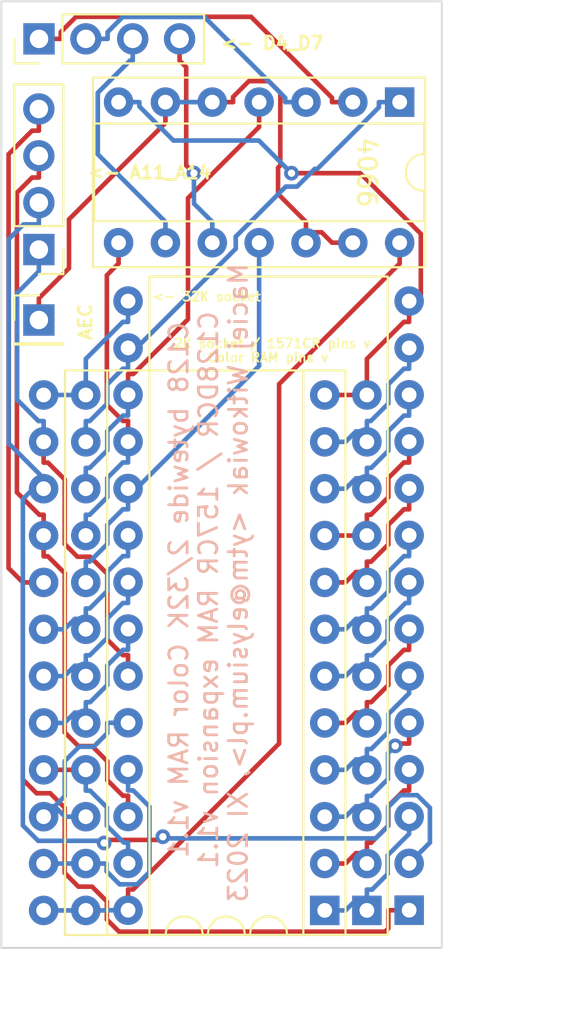
<source format=kicad_pcb>
(kicad_pcb (version 20211014) (generator pcbnew)
  (title_block (title "C128 bytewide 2/32K Color RAM / 1571CR RAM expansion") (date "2023-11-13") (rev "1.1") (company "YTM Enterprises") (comment 1 "Maciej Witkowiak <ytm@elysium.pl>"))
  (layers (0 "F.Cu" signal) (31 "B.Cu" signal) (34 "B.Paste" user) (35 "F.Paste" user) (36 "B.SilkS" user "B.Silkscreen") (37 "F.SilkS" user "F.Silkscreen") (38 "B.Mask" user) (39 "F.Mask" user) (44 "Edge.Cuts" user))
  (net 0 "")
  (net 1 "/A11")
  (net 2 "/A12")
  (net 3 "/A13")
  (net 4 "/A14")
  (net 5 "/AEC")
  (net 6 "/D4_bus")
  (net 7 "/D5_bus")
  (net 8 "/D6_bus")
  (net 9 "/D7_bus")
  (net 10 "/A7")
  (net 11 "/A6")
  (net 12 "/A5")
  (net 13 "/A4")
  (net 14 "/A3")
  (net 15 "/A2")
  (net 16 "/A1")
  (net 17 "/A0")
  (net 18 "/D0")
  (net 19 "/D1")
  (net 20 "/D2")
  (net 21 "GND")
  (net 22 "/D3")
  (net 23 "/~{CS}")
  (net 24 "/A10")
  (net 25 "/~{OE}")
  (net 26 "/~{WE}")
  (net 27 "/A9")
  (net 28 "/A8")
  (net 29 "VCC")
  (net 30 "/D4")
  (net 31 "/D5")
  (net 32 "/D6")
  (net 33 "/D7")
  (footprint "Package_DIP:DIP-14_W7.62mm_Socket" (layer "F.Cu") (at 126.497 68.453 -90)
    (fp_text reference "U4" hide)
    (fp_text value "4066" (at 3.81 1.778 -90 unlocked) (layer "F.SilkS"))
    (fp_line (start -1.33 -1.39) (end -1.33 16.63) (layer "F.SilkS") (width 0.12))
    (fp_line (start 6.46 -1.33) (end 4.81 -1.33) (layer "F.SilkS") (width 0.12))
    (fp_line (start 8.95 -1.39) (end -1.33 -1.39) (layer "F.SilkS") (width 0.12))
    (fp_line (start 8.95 16.63) (end 8.95 -1.39) (layer "F.SilkS") (width 0.12))
    (fp_line (start 1.16 16.57) (end 6.46 16.57) (layer "F.SilkS") (width 0.12))
    (fp_line (start 6.46 16.57) (end 6.46 -1.33) (layer "F.SilkS") (width 0.12))
    (fp_line (start -1.33 16.63) (end 8.95 16.63) (layer "F.SilkS") (width 0.12))
    (fp_line (start 2.81 -1.33) (end 1.16 -1.33) (layer "F.SilkS") (width 0.12))
    (fp_line (start 1.16 -1.33) (end 1.16 16.57) (layer "F.SilkS") (width 0.12))
    (fp_arc (start 4.81 -1.33) (mid 3.81 -0.33) (end 2.81 -1.33) (layer "F.SilkS") (width 0.12))
    (pad "1" thru_hole rect (at 0 0 270) (size 1.6 1.6) (drill 0.8) (layers *.Cu *.Mask) (net 30 "/D4"))
    (pad "2" thru_hole oval (at 0 2.54 270) (size 1.6 1.6) (drill 0.8) (layers *.Cu *.Mask) (net 6 "/D4_bus"))
    (pad "3" thru_hole oval (at 0 5.08 270) (size 1.6 1.6) (drill 0.8) (layers *.Cu *.Mask) (net 7 "/D5_bus"))
    (pad "4" thru_hole oval (at 0 7.62 270) (size 1.6 1.6) (drill 0.8) (layers *.Cu *.Mask) (net 31 "/D5"))
    (pad "5" thru_hole oval (at 0 10.16 270) (size 1.6 1.6) (drill 0.8) (layers *.Cu *.Mask) (net 5 "/AEC"))
    (pad "6" thru_hole oval (at 0 12.7 270) (size 1.6 1.6) (drill 0.8) (layers *.Cu *.Mask) (net 5 "/AEC"))
    (pad "7" thru_hole oval (at 0 15.24 270) (size 1.6 1.6) (drill 0.8) (layers *.Cu *.Mask) (net 21 "GND"))
    (pad "8" thru_hole oval (at 7.62 15.24 270) (size 1.6 1.6) (drill 0.8) (layers *.Cu *.Mask) (net 32 "/D6"))
    (pad "9" thru_hole oval (at 7.62 12.7 270) (size 1.6 1.6) (drill 0.8) (layers *.Cu *.Mask) (net 8 "/D6_bus"))
    (pad "10" thru_hole oval (at 7.62 10.16 270) (size 1.6 1.6) (drill 0.8) (layers *.Cu *.Mask) (net 9 "/D7_bus"))
    (pad "11" thru_hole oval (at 7.62 7.62 270) (size 1.6 1.6) (drill 0.8) (layers *.Cu *.Mask) (net 33 "/D7"))
    (pad "12" thru_hole oval (at 7.62 5.08 270) (size 1.6 1.6) (drill 0.8) (layers *.Cu *.Mask) (net 5 "/AEC"))
    (pad "13" thru_hole oval (at 7.62 2.54 270) (size 1.6 1.6) (drill 0.8) (layers *.Cu *.Mask) (net 5 "/AEC"))
    (pad "14" thru_hole oval (at 7.62 0 270) (size 1.6 1.6) (drill 0.8) (layers *.Cu *.Mask) (net 29 "VCC"))
  )
  (footprint "Connector_PinHeader_2.54mm:PinHeader_1x04_P2.54mm_Vertical" (layer "F.Cu") (at 106.934 76.444 180)
    (fp_text reference "J1" hide)
    (fp_text value "A11_A14" hide)
    (fp_line (start -1.33 8.95) (end 1.33 8.95) (layer "F.SilkS") (width 0.12))
    (fp_line (start -1.33 0) (end -1.33 -1.33) (layer "F.SilkS") (width 0.12))
    (fp_line (start -1.33 1.27) (end -1.33 8.95) (layer "F.SilkS") (width 0.12))
    (fp_line (start -1.33 1.27) (end 1.33 1.27) (layer "F.SilkS") (width 0.12))
    (fp_line (start -1.33 -1.33) (end 0 -1.33) (layer "F.SilkS") (width 0.12))
    (fp_line (start 1.33 1.27) (end 1.33 8.95) (layer "F.SilkS") (width 0.12))
    (pad "1" thru_hole rect (at 0 0 180) (size 1.7 1.7) (drill 1) (layers *.Cu *.Mask) (net 1 "/A11"))
    (pad "2" thru_hole oval (at 0 2.54 180) (size 1.7 1.7) (drill 1) (layers *.Cu *.Mask) (net 2 "/A12"))
    (pad "3" thru_hole oval (at 0 5.08 180) (size 1.7 1.7) (drill 1) (layers *.Cu *.Mask) (net 3 "/A13"))
    (pad "4" thru_hole oval (at 0 7.62 180) (size 1.7 1.7) (drill 1) (layers *.Cu *.Mask) (net 4 "/A14"))
  )
  (footprint "Connector_PinHeader_2.54mm:PinHeader_1x04_P2.54mm_Vertical" (layer "F.Cu") (at 106.944 65.024 90)
    (fp_text reference "J3" hide)
    (fp_text value "<- D4_D7" (at -0.2286 9.769 180) (layer "F.SilkS") (effects (font (size 0.7 0.7)) (justify left)))
    (fp_line (start -1.33 -1.33) (end 0 -1.33) (layer "F.SilkS") (width 0.12))
    (fp_line (start -1.33 0) (end -1.33 -1.33) (layer "F.SilkS") (width 0.12))
    (fp_line (start -1.33 8.95) (end 1.33 8.95) (layer "F.SilkS") (width 0.12))
    (fp_line (start 1.33 1.27) (end 1.33 8.95) (layer "F.SilkS") (width 0.12))
    (fp_line (start -1.33 1.27) (end 1.33 1.27) (layer "F.SilkS") (width 0.12))
    (fp_line (start -1.33 1.27) (end -1.33 8.95) (layer "F.SilkS") (width 0.12))
    (pad "1" thru_hole rect (at 0 0 90) (size 1.7 1.7) (drill 1) (layers *.Cu *.Mask) (net 6 "/D4_bus"))
    (pad "2" thru_hole oval (at 0 2.54 90) (size 1.7 1.7) (drill 1) (layers *.Cu *.Mask) (net 7 "/D5_bus"))
    (pad "3" thru_hole oval (at 0 5.08 90) (size 1.7 1.7) (drill 1) (layers *.Cu *.Mask) (net 8 "/D6_bus"))
    (pad "4" thru_hole oval (at 0 7.62 90) (size 1.7 1.7) (drill 1) (layers *.Cu *.Mask) (net 9 "/D7_bus"))
  )
  (footprint "Connector_PinHeader_2.54mm:PinHeader_1x01_P2.54mm_Vertical" (layer "F.Cu") (at 106.934 80.264)
    (fp_text reference "J2" hide)
    (fp_text value "AEC" (at 2.5146 0.1016 90) (layer "F.SilkS") (effects (font (size 0.7 0.7))))
    (fp_line (start 1.33 1.27) (end 1.33 1.33) (layer "F.SilkS") (width 0.12))
    (fp_line (start -1.33 1.27) (end 1.33 1.27) (layer "F.SilkS") (width 0.12))
    (fp_line (start -1.33 1.27) (end -1.33 1.33) (layer "F.SilkS") (width 0.12))
    (fp_line (start -1.33 0) (end -1.33 -1.33) (layer "F.SilkS") (width 0.12))
    (fp_line (start -1.33 -1.33) (end 0 -1.33) (layer "F.SilkS") (width 0.12))
    (fp_line (start -1.33 1.33) (end 1.33 1.33) (layer "F.SilkS") (width 0.12))
    (pad "1" thru_hole rect (at 0 0) (size 1.7 1.7) (drill 1) (layers *.Cu *.Mask) (net 5 "/AEC"))
  )
  (footprint "Package_DIP:DIP-24_W15.24mm" (layer "F.Cu") (at 124.719 112.268 180)
    (fp_text reference "U3" hide)
    (fp_text value "2016" hide)
    (fp_line (start 14.08 -1.33) (end 8.62 -1.33) (layer "F.SilkS") (width 0.12))
    (fp_line (start 6.62 -1.33) (end 1.16 -1.33) (layer "F.SilkS") (width 0.12))
    (fp_line (start 14.08 29.27) (end 14.08 -1.33) (layer "F.SilkS") (width 0.12))
    (fp_line (start 1.16 -1.33) (end 1.16 29.27) (layer "F.SilkS") (width 0.12))
    (fp_line (start 1.16 29.27) (end 14.08 29.27) (layer "F.SilkS") (width 0.12))
    (fp_arc (start 8.62 -1.33) (mid 7.62 -0.33) (end 6.62 -1.33) (layer "F.SilkS") (width 0.12))
    (pad "1" thru_hole rect (at 0 0 180) (size 1.6 1.6) (drill 0.8) (layers *.Cu *.Mask) (net 10 "/A7"))
    (pad "2" thru_hole oval (at 0 2.54 180) (size 1.6 1.6) (drill 0.8) (layers *.Cu *.Mask) (net 11 "/A6"))
    (pad "3" thru_hole oval (at 0 5.08 180) (size 1.6 1.6) (drill 0.8) (layers *.Cu *.Mask) (net 12 "/A5"))
    (pad "4" thru_hole oval (at 0 7.62 180) (size 1.6 1.6) (drill 0.8) (layers *.Cu *.Mask) (net 13 "/A4"))
    (pad "5" thru_hole oval (at 0 10.16 180) (size 1.6 1.6) (drill 0.8) (layers *.Cu *.Mask) (net 14 "/A3"))
    (pad "6" thru_hole oval (at 0 12.7 180) (size 1.6 1.6) (drill 0.8) (layers *.Cu *.Mask) (net 15 "/A2"))
    (pad "7" thru_hole oval (at 0 15.24 180) (size 1.6 1.6) (drill 0.8) (layers *.Cu *.Mask) (net 16 "/A1"))
    (pad "8" thru_hole oval (at 0 17.78 180) (size 1.6 1.6) (drill 0.8) (layers *.Cu *.Mask) (net 17 "/A0"))
    (pad "9" thru_hole oval (at 0 20.32 180) (size 1.6 1.6) (drill 0.8) (layers *.Cu *.Mask) (net 18 "/D0"))
    (pad "10" thru_hole oval (at 0 22.86 180) (size 1.6 1.6) (drill 0.8) (layers *.Cu *.Mask) (net 19 "/D1"))
    (pad "11" thru_hole oval (at 0 25.4 180) (size 1.6 1.6) (drill 0.8) (layers *.Cu *.Mask) (net 20 "/D2"))
    (pad "12" thru_hole oval (at 0 27.94 180) (size 1.6 1.6) (drill 0.8) (layers *.Cu *.Mask) (net 21 "GND"))
    (pad "13" thru_hole oval (at 15.24 27.94 180) (size 1.6 1.6) (drill 0.8) (layers *.Cu *.Mask) (net 22 "/D3"))
    (pad "14" thru_hole oval (at 15.24 25.4 180) (size 1.6 1.6) (drill 0.8) (layers *.Cu *.Mask) (net 30 "/D4"))
    (pad "15" thru_hole oval (at 15.24 22.86 180) (size 1.6 1.6) (drill 0.8) (layers *.Cu *.Mask) (net 31 "/D5"))
    (pad "16" thru_hole oval (at 15.24 20.32 180) (size 1.6 1.6) (drill 0.8) (layers *.Cu *.Mask) (net 32 "/D6"))
    (pad "17" thru_hole oval (at 15.24 17.78 180) (size 1.6 1.6) (drill 0.8) (layers *.Cu *.Mask) (net 33 "/D7"))
    (pad "18" thru_hole oval (at 15.24 15.24 180) (size 1.6 1.6) (drill 0.8) (layers *.Cu *.Mask) (net 23 "/~{CS}"))
    (pad "19" thru_hole oval (at 15.24 12.7 180) (size 1.6 1.6) (drill 0.8) (layers *.Cu *.Mask) (net 24 "/A10"))
    (pad "20" thru_hole oval (at 15.24 10.16 180) (size 1.6 1.6) (drill 0.8) (layers *.Cu *.Mask) (net 25 "/~{OE}"))
    (pad "21" thru_hole oval (at 15.24 7.62 180) (size 1.6 1.6) (drill 0.8) (layers *.Cu *.Mask) (net 26 "/~{WE}"))
    (pad "22" thru_hole oval (at 15.24 5.08 180) (size 1.6 1.6) (drill 0.8) (layers *.Cu *.Mask) (net 27 "/A9"))
    (pad "23" thru_hole oval (at 15.24 2.54 180) (size 1.6 1.6) (drill 0.8) (layers *.Cu *.Mask) (net 28 "/A8"))
    (pad "24" thru_hole oval (at 15.24 0 180) (size 1.6 1.6) (drill 0.8) (layers *.Cu *.Mask) (net 29 "VCC"))
  )
  (footprint "Package_DIP:DIP-24_W15.24mm" (layer "F.Cu") (at 122.433 112.268 180)
    (fp_text reference "U1" hide)
    (fp_text value "2016-board" hide)
    (fp_line (start 1.16 29.27) (end 14.08 29.27) (layer "F.SilkS") (width 0.12))
    (fp_line (start 14.08 29.27) (end 14.08 -1.33) (layer "F.SilkS") (width 0.12))
    (fp_line (start 6.62 -1.33) (end 1.16 -1.33) (layer "F.SilkS") (width 0.12))
    (fp_line (start 1.16 -1.33) (end 1.16 29.27) (layer "F.SilkS") (width 0.12))
    (fp_line (start 14.08 -1.33) (end 8.62 -1.33) (layer "F.SilkS") (width 0.12))
    (fp_arc (start 8.62 -1.33) (mid 7.62 -0.33) (end 6.62 -1.33) (layer "F.SilkS") (width 0.12))
    (pad "1" thru_hole rect (at 0 0 180) (size 1.6 1.6) (drill 0.8) (layers *.Cu *.Mask) (net 10 "/A7"))
    (pad "2" thru_hole oval (at 0 2.54 180) (size 1.6 1.6) (drill 0.8) (layers *.Cu *.Mask) (net 11 "/A6"))
    (pad "3" thru_hole oval (at 0 5.08 180) (size 1.6 1.6) (drill 0.8) (layers *.Cu *.Mask) (net 12 "/A5"))
    (pad "4" thru_hole oval (at 0 7.62 180) (size 1.6 1.6) (drill 0.8) (layers *.Cu *.Mask) (net 13 "/A4"))
    (pad "5" thru_hole oval (at 0 10.16 180) (size 1.6 1.6) (drill 0.8) (layers *.Cu *.Mask) (net 14 "/A3"))
    (pad "6" thru_hole oval (at 0 12.7 180) (size 1.6 1.6) (drill 0.8) (layers *.Cu *.Mask) (net 15 "/A2"))
    (pad "7" thru_hole oval (at 0 15.24 180) (size 1.6 1.6) (drill 0.8) (layers *.Cu *.Mask) (net 16 "/A1"))
    (pad "8" thru_hole oval (at 0 17.78 180) (size 1.6 1.6) (drill 0.8) (layers *.Cu *.Mask) (net 17 "/A0"))
    (pad "9" thru_hole oval (at 0 20.32 180) (size 1.6 1.6) (drill 0.8) (layers *.Cu *.Mask) (net 18 "/D0"))
    (pad "10" thru_hole oval (at 0 22.86 180) (size 1.6 1.6) (drill 0.8) (layers *.Cu *.Mask) (net 19 "/D1"))
    (pad "11" thru_hole oval (at 0 25.4 180) (size 1.6 1.6) (drill 0.8) (layers *.Cu *.Mask) (net 20 "/D2"))
    (pad "12" thru_hole oval (at 0 27.94 180) (size 1.6 1.6) (drill 0.8) (layers *.Cu *.Mask) (net 21 "GND"))
    (pad "13" thru_hole oval (at 15.24 27.94 180) (size 1.6 1.6) (drill 0.8) (layers *.Cu *.Mask) (net 22 "/D3"))
    (pad "14" thru_hole oval (at 15.24 25.4 180) (size 1.6 1.6) (drill 0.8) (layers *.Cu *.Mask) (net 1 "/A11"))
    (pad "15" thru_hole oval (at 15.24 22.86 180) (size 1.6 1.6) (drill 0.8) (layers *.Cu *.Mask) (net 2 "/A12"))
    (pad "16" thru_hole oval (at 15.24 20.32 180) (size 1.6 1.6) (drill 0.8) (layers *.Cu *.Mask) (net 3 "/A13"))
    (pad "17" thru_hole oval (at 15.24 17.78 180) (size 1.6 1.6) (drill 0.8) (layers *.Cu *.Mask) (net 4 "/A14"))
    (pad "18" thru_hole oval (at 15.24 15.24 180) (size 1.6 1.6) (drill 0.8) (layers *.Cu *.Mask) (net 23 "/~{CS}"))
    (pad "19" thru_hole oval (at 15.24 12.7 180) (size 1.6 1.6) (drill 0.8) (layers *.Cu *.Mask) (net 24 "/A10"))
    (pad "20" thru_hole oval (at 15.24 10.16 180) (size 1.6 1.6) (drill 0.8) (layers *.Cu *.Mask) (net 25 "/~{OE}"))
    (pad "21" thru_hole oval (at 15.24 7.62 180) (size 1.6 1.6) (drill 0.8) (layers *.Cu *.Mask) (net 26 "/~{WE}"))
    (pad "22" thru_hole oval (at 15.24 5.08 180) (size 1.6 1.6) (drill 0.8) (layers *.Cu *.Mask) (net 27 "/A9"))
    (pad "23" thru_hole oval (at 15.24 2.54 180) (size 1.6 1.6) (drill 0.8) (layers *.Cu *.Mask) (net 28 "/A8"))
    (pad "24" thru_hole oval (at 15.24 0 180) (size 1.6 1.6) (drill 0.8) (layers *.Cu *.Mask) (net 29 "VCC"))
  )
  (footprint "Package_DIP:DIP-28_W15.24mm" (layer "F.Cu") (at 127.01 112.258 180)
    (fp_text reference "U2" hide)
    (fp_text value "KM62256CLP" hide)
    (fp_line (start 1.16 34.35) (end 14.08 34.35) (layer "F.SilkS") (width 0.12))
    (fp_line (start 14.08 34.35) (end 14.08 -1.33) (layer "F.SilkS") (width 0.12))
    (fp_line (start 1.16 -1.33) (end 1.16 34.35) (layer "F.SilkS") (width 0.12))
    (fp_line (start 14.08 -1.33) (end 8.62 -1.33) (layer "F.SilkS") (width 0.12))
    (fp_line (start 6.62 -1.33) (end 1.16 -1.33) (layer "F.SilkS") (width 0.12))
    (fp_arc (start 8.62 -1.33) (mid 7.62 -0.33) (end 6.62 -1.33) (layer "F.SilkS") (width 0.12))
    (pad "1" thru_hole rect (at 0 0 180) (size 1.6 1.6) (drill 0.8) (layers *.Cu *.Mask) (net 4 "/A14"))
    (pad "2" thru_hole oval (at 0 2.54 180) (size 1.6 1.6) (drill 0.8) (layers *.Cu *.Mask) (net 2 "/A12"))
    (pad "3" thru_hole oval (at 0 5.08 180) (size 1.6 1.6) (drill 0.8) (layers *.Cu *.Mask) (net 10 "/A7"))
    (pad "4" thru_hole oval (at 0 7.62 180) (size 1.6 1.6) (drill 0.8) (layers *.Cu *.Mask) (net 11 "/A6"))
    (pad "5" thru_hole oval (at 0 10.16 180) (size 1.6 1.6) (drill 0.8) (layers *.Cu *.Mask) (net 12 "/A5"))
    (pad "6" thru_hole oval (at 0 12.7 180) (size 1.6 1.6) (drill 0.8) (layers *.Cu *.Mask) (net 13 "/A4"))
    (pad "7" thru_hole oval (at 0 15.24 180) (size 1.6 1.6) (drill 0.8) (layers *.Cu *.Mask) (net 14 "/A3"))
    (pad "8" thru_hole oval (at 0 17.78 180) (size 1.6 1.6) (drill 0.8) (layers *.Cu *.Mask) (net 15 "/A2"))
    (pad "9" thru_hole oval (at 0 20.32 180) (size 1.6 1.6) (drill 0.8) (layers *.Cu *.Mask) (net 16 "/A1"))
    (pad "10" thru_hole oval (at 0 22.86 180) (size 1.6 1.6) (drill 0.8) (layers *.Cu *.Mask) (net 17 "/A0"))
    (pad "11" thru_hole oval (at 0 25.4 180) (size 1.6 1.6) (drill 0.8) (layers *.Cu *.Mask) (net 18 "/D0"))
    (pad "12" thru_hole oval (at 0 27.94 180) (size 1.6 1.6) (drill 0.8) (layers *.Cu *.Mask) (net 19 "/D1"))
    (pad "13" thru_hole oval (at 0 30.48 180) (size 1.6 1.6) (drill 0.8) (layers *.Cu *.Mask) (net 20 "/D2"))
    (pad "14" thru_hole oval (at 0 33.02 180) (size 1.6 1.6) (drill 0.8) (layers *.Cu *.Mask) (net 21 "GND"))
    (pad "15" thru_hole oval (at 15.24 33.02 180) (size 1.6 1.6) (drill 0.8) (layers *.Cu *.Mask) (net 22 "/D3"))
    (pad "16" thru_hole oval (at 15.24 30.48 180) (size 1.6 1.6) (drill 0.8) (layers *.Cu *.Mask) (net 30 "/D4"))
    (pad "17" thru_hole oval (at 15.24 27.94 180) (size 1.6 1.6) (drill 0.8) (layers *.Cu *.Mask) (net 31 "/D5"))
    (pad "18" thru_hole oval (at 15.24 25.4 180) (size 1.6 1.6) (drill 0.8) (layers *.Cu *.Mask) (net 32 "/D6"))
    (pad "19" thru_hole oval (at 15.24 22.86 180) (size 1.6 1.6) (drill 0.8) (layers *.Cu *.Mask) (net 33 "/D7"))
    (pad "20" thru_hole oval (at 15.24 20.32 180) (size 1.6 1.6) (drill 0.8) (layers *.Cu *.Mask) (net 23 "/~{CS}"))
    (pad "21" thru_hole oval (at 15.24 17.78 180) (size 1.6 1.6) (drill 0.8) (layers *.Cu *.Mask) (net 24 "/A10"))
    (pad "22" thru_hole oval (at 15.24 15.24 180) (size 1.6 1.6) (drill 0.8) (layers *.Cu *.Mask) (net 25 "/~{OE}"))
    (pad "23" thru_hole oval (at 15.24 12.7 180) (size 1.6 1.6) (drill 0.8) (layers *.Cu *.Mask) (net 1 "/A11"))
    (pad "24" thru_hole oval (at 15.24 10.16 180) (size 1.6 1.6) (drill 0.8) (layers *.Cu *.Mask) (net 27 "/A9"))
    (pad "25" thru_hole oval (at 15.24 7.62 180) (size 1.6 1.6) (drill 0.8) (layers *.Cu *.Mask) (net 28 "/A8"))
    (pad "26" thru_hole oval (at 15.24 5.08 180) (size 1.6 1.6) (drill 0.8) (layers *.Cu *.Mask) (net 3 "/A13"))
    (pad "27" thru_hole oval (at 15.24 2.54 180) (size 1.6 1.6) (drill 0.8) (layers *.Cu *.Mask) (net 26 "/~{WE}"))
    (pad "28" thru_hole oval (at 15.24 0 180) (size 1.6 1.6) (drill 0.8) (layers *.Cu *.Mask) (net 29 "VCC"))
  )
  (gr_rect (start 104.902 62.992) (end 128.778 114.3) (layer "Edge.Cuts") (width 0.1) (fill none))
  (gr_text "C128 bytewide 2/32K Color RAM v1.1\nC128DCR / 157CR RAM expansion v1.1\nMaciej Witkowiak <ytm@elysium.pl>, XI 2023 " (at 116.1288 94.8944 90) (layer "B.SilkS") (effects (font (size 1 1)) (justify mirror)))
  (gr_text "Color RAM pins v" (at 122.682 82.296) (layer "F.SilkS") (effects (font (size 0.5 0.5) (thickness 0.1)) (justify right)))
  (gr_text "<- 32K socket" (at 113.03 78.994) (layer "F.SilkS") (effects (font (size 0.5 0.5) (thickness 0.1)) (justify left)))
  (gr_text "<- A11_A14" (at 109.4994 72.263) (layer "F.SilkS") (effects (font (size 0.7 0.7)) (justify left)))
  (gr_text "2K socket / 1571CR pins v" (at 124.968 81.534) (layer "F.SilkS") (effects (font (size 0.5 0.5) (thickness 0.1)) (justify right)))
  (segment (start 111.77 98.4311) (end 111.4882 98.4311) (width 0.25) (layer "F.Cu") (net 1))
  (segment (start 110.6431 97.586) (end 110.6431 94.0244) (width 0.25) (layer "F.Cu") (net 1))
  (segment (start 111.77 99.558) (end 111.77 98.4311) (width 0.25) (layer "F.Cu") (net 1))
  (segment (start 109.026 93.0974) (end 108.336 92.4074) (width 0.25) (layer "F.Cu") (net 1))
  (segment (start 107.4265 87.9949) (end 107.193 87.9949) (width 0.25) (layer "F.Cu") (net 1))
  (segment (start 111.4882 98.4311) (end 110.6431 97.586) (width 0.25) (layer "F.Cu") (net 1))
  (segment (start 109.7161 93.0974) (end 109.026 93.0974) (width 0.25) (layer "F.Cu") (net 1))
  (segment (start 110.6431 94.0244) (end 109.7161 93.0974) (width 0.25) (layer "F.Cu") (net 1))
  (segment (start 108.336 92.4074) (end 108.336 88.9044) (width 0.25) (layer "F.Cu") (net 1))
  (segment (start 108.336 88.9044) (end 107.4265 87.9949) (width 0.25) (layer "F.Cu") (net 1))
  (segment (start 107.193 86.868) (end 107.193 87.9949) (width 0.25) (layer "F.Cu") (net 1))
  (segment (start 107.193 86.868) (end 107.193 85.7411) (width 0.25) (layer "B.Cu") (net 1))
  (segment (start 105.7571 84.5869) (end 105.7571 78.7978) (width 0.25) (layer "B.Cu") (net 1))
  (segment (start 107.193 85.7411) (end 106.9113 85.7411) (width 0.25) (layer "B.Cu") (net 1))
  (segment (start 106.934 76.444) (end 106.934 77.6209) (width 0.25) (layer "B.Cu") (net 1))
  (segment (start 105.7571 78.7978) (end 106.934 77.6209) (width 0.25) (layer "B.Cu") (net 1))
  (segment (start 106.9113 85.7411) (end 105.7571 84.5869) (width 0.25) (layer "B.Cu") (net 1))
  (segment (start 113.4835 108.448) (end 113.6569 108.2746) (width 0.25) (layer "F.Cu") (net 2))
  (segment (start 110.6345 108.448) (end 113.4835 108.448) (width 0.25) (layer "F.Cu") (net 2))
  (segment (start 110.4707 108.6118) (end 110.6345 108.448) (width 0.25) (layer "F.Cu") (net 2))
  (via (at 110.4707 108.6118) (size 0.8) (drill 0.4) (layers "F.Cu" "B.Cu") (net 2))
  (via (at 113.6569 108.2746) (size 0.8) (drill 0.4) (layers "F.Cu" "B.Cu") (net 2))
  (segment (start 126.5177 106.0214) (end 125.8695 106.6696) (width 0.25) (layer "B.Cu") (net 2))
  (segment (start 105.3052 75.8774) (end 105.3052 86.9567) (width 0.25) (layer "B.Cu") (net 2))
  (segment (start 128.1369 108.5911) (end 128.1369 106.7074) (width 0.25) (layer "B.Cu") (net 2))
  (segment (start 128.1369 106.7074) (end 127.4509 106.0214) (width 0.25) (layer "B.Cu") (net 2))
  (segment (start 125.8695 107.697) (end 125.2036 108.3629) (width 0.25) (layer "B.Cu") (net 2))
  (segment (start 105.3052 86.9567) (end 107.193 88.8445) (width 0.25) (layer "B.Cu") (net 2))
  (segment (start 127.4509 106.0214) (end 126.5177 106.0214) (width 0.25) (layer "B.Cu") (net 2))
  (segment (start 106.8963 108.495) (end 110.3539 108.495) (width 0.25) (layer "B.Cu") (net 2))
  (segment (start 125.8695 106.6696) (end 125.8695 107.697) (width 0.25) (layer "B.Cu") (net 2))
  (segment (start 110.3539 108.495) (end 110.4707 108.6118) (width 0.25) (layer "B.Cu") (net 2))
  (segment (start 107.193 88.8445) (end 106.0661 89.9714) (width 0.25) (layer "B.Cu") (net 2))
  (segment (start 106.1017 75.0809) (end 105.3052 75.8774) (width 0.25) (layer "B.Cu") (net 2))
  (segment (start 106.0661 107.6648) (end 106.8963 108.495) (width 0.25) (layer "B.Cu") (net 2))
  (segment (start 107.193 89.408) (end 107.193 88.8445) (width 0.25) (layer "B.Cu") (net 2))
  (segment (start 106.934 75.0809) (end 106.1017 75.0809) (width 0.25) (layer "B.Cu") (net 2))
  (segment (start 127.01 109.718) (end 128.1369 108.5911) (width 0.25) (layer "B.Cu") (net 2))
  (segment (start 106.0661 89.9714) (end 106.0661 107.6648) (width 0.25) (layer "B.Cu") (net 2))
  (segment (start 106.934 73.904) (end 106.934 75.0809) (width 0.25) (layer "B.Cu") (net 2))
  (segment (start 113.7452 108.3629) (end 113.6569 108.2746) (width 0.25) (layer "B.Cu") (net 2))
  (segment (start 125.2036 108.3629) (end 113.7452 108.3629) (width 0.25) (layer "B.Cu") (net 2))
  (segment (start 106.5682 72.5409) (end 106.934 72.5409) (width 0.25) (layer "F.Cu") (net 3))
  (segment (start 107.193 91.948) (end 107.193 93.0749) (width 0.25) (layer "F.Cu") (net 3))
  (segment (start 105.7434 89.6076) (end 105.7434 73.3657) (width 0.25) (layer "F.Cu") (net 3))
  (segment (start 111.77 106.0511) (end 111.4882 106.0511) (width 0.25) (layer "F.Cu") (net 3))
  (segment (start 109.8191 103.3604) (end 109.0775 103.3604) (width 0.25) (layer "F.Cu") (net 3))
  (segment (start 108.336 93.9844) (end 107.4265 93.0749) (width 0.25) (layer "F.Cu") (net 3))
  (segment (start 111.77 107.178) (end 111.77 106.0511) (width 0.25) (layer "F.Cu") (net 3))
  (segment (start 109.0775 103.3604) (end 108.336 102.6189) (width 0.25) (layer "F.Cu") (net 3))
  (segment (start 107.4265 93.0749) (end 107.193 93.0749) (width 0.25) (layer "F.Cu") (net 3))
  (segment (start 107.193 91.948) (end 107.193 90.8211) (width 0.25) (layer "F.Cu") (net 3))
  (segment (start 110.6431 104.1844) (end 109.8191 103.3604) (width 0.25) (layer "F.Cu") (net 3))
  (segment (start 106.934 71.364) (end 106.934 72.5409) (width 0.25) (layer "F.Cu") (net 3))
  (segment (start 108.336 102.6189) (end 108.336 93.9844) (width 0.25) (layer "F.Cu") (net 3))
  (segment (start 105.7434 73.3657) (end 106.5682 72.5409) (width 0.25) (layer "F.Cu") (net 3))
  (segment (start 111.4882 106.0511) (end 110.6431 105.206) (width 0.25) (layer "F.Cu") (net 3))
  (segment (start 110.6431 105.206) (end 110.6431 104.1844) (width 0.25) (layer "F.Cu") (net 3))
  (segment (start 107.193 90.8211) (end 106.9569 90.8211) (width 0.25) (layer "F.Cu") (net 3))
  (segment (start 106.9569 90.8211) (end 105.7434 89.6076) (width 0.25) (layer "F.Cu") (net 3))
  (segment (start 125.8831 113.244) (end 125.7069 113.4202) (width 0.25) (layer "F.Cu") (net 4))
  (segment (start 106.8098 105.918) (end 106.0661 105.1743) (width 0.25) (layer "F.Cu") (net 4))
  (segment (start 110.6195 111.7808) (end 109.8191 110.9804) (width 0.25) (layer "F.Cu") (net 4))
  (segment (start 107.193 94.488) (end 106.0661 94.488) (width 0.25) (layer "F.Cu") (net 4))
  (segment (start 107.552 105.918) (end 106.8098 105.918) (width 0.25) (layer "F.Cu") (net 4))
  (segment (start 106.934 70.0009) (end 106.5682 70.0009) (width 0.25) (layer "F.Cu") (net 4))
  (segment (start 105.2915 71.2776) (end 105.2915 93.7134) (width 0.25) (layer "F.Cu") (net 4))
  (segment (start 111.2794 113.4202) (end 110.6195 112.7603) (width 0.25) (layer "F.Cu") (net 4))
  (segment (start 127.01 112.258) (end 125.8831 112.258) (width 0.25) (layer "F.Cu") (net 4))
  (segment (start 109.0775 110.9804) (end 108.336 110.2389) (width 0.25) (layer "F.Cu") (net 4))
  (segment (start 108.336 106.702) (end 107.552 105.918) (width 0.25) (layer "F.Cu") (net 4))
  (segment (start 125.8831 112.258) (end 125.8831 113.244) (width 0.25) (layer "F.Cu") (net 4))
  (segment (start 125.7069 113.4202) (end 111.2794 113.4202) (width 0.25) (layer "F.Cu") (net 4))
  (segment (start 106.5682 70.0009) (end 105.2915 71.2776) (width 0.25) (layer "F.Cu") (net 4))
  (segment (start 108.336 110.2389) (end 108.336 106.702) (width 0.25) (layer "F.Cu") (net 4))
  (segment (start 106.0661 105.1743) (end 106.0661 94.488) (width 0.25) (layer "F.Cu") (net 4))
  (segment (start 106.934 68.824) (end 106.934 70.0009) (width 0.25) (layer "F.Cu") (net 4))
  (segment (start 105.2915 93.7134) (end 106.0661 94.488) (width 0.25) (layer "F.Cu") (net 4))
  (segment (start 110.6195 112.7603) (end 110.6195 111.7808) (width 0.25) (layer "F.Cu") (net 4))
  (segment (start 109.8191 110.9804) (end 109.0775 110.9804) (width 0.25) (layer "F.Cu") (net 4))
  (segment (start 106.934 80.264) (end 106.934 79.0871) (width 0.25) (layer "F.Cu") (net 5))
  (segment (start 123.957 76.073) (end 122.8301 76.073) (width 0.25) (layer "F.Cu") (net 5))
  (segment (start 119.9039 73.433) (end 121.417 74.9461) (width 0.25) (layer "F.Cu") (net 5))
  (segment (start 119.3957 67.316) (end 120.0254 67.9457) (width 0.25) (layer "F.Cu") (net 5))
  (segment (start 117.4639 68.453) (end 117.4639 68.1713) (width 0.25) (layer "F.Cu") (net 5))
  (segment (start 116.337 68.453) (end 117.4639 68.453) (width 0.25) (layer "F.Cu") (net 5))
  (segment (start 122.2666 75.5095) (end 122.8301 76.073) (width 0.25) (layer "F.Cu") (net 5))
  (segment (start 121.417 76.073) (end 121.417 75.5095) (width 0.25) (layer "F.Cu") (net 5))
  (segment (start 108.5676 74.8093) (end 108.5675 74.8093) (width 0.25) (layer "F.Cu") (net 5))
  (segment (start 118.3192 67.316) (end 119.3957 67.316) (width 0.25) (layer "F.Cu") (net 5))
  (segment (start 113.797 68.453) (end 113.797 69.5799) (width 0.25) (layer "F.Cu") (net 5))
  (segment (start 113.797 69.5799) (end 108.5676 74.8093) (width 0.25) (layer "F.Cu") (net 5))
  (segment (start 120.0254 71.8824) (end 119.9039 72.0039) (width 0.25) (layer "F.Cu") (net 5))
  (segment (start 108.5675 77.4536) (end 106.934 79.0871) (width 0.25) (layer "F.Cu") (net 5))
  (segment (start 121.417 75.5095) (end 121.417 74.9461) (width 0.25) (layer "F.Cu") (net 5))
  (segment (start 120.0254 67.9457) (end 120.0254 71.8824) (width 0.25) (layer "F.Cu") (net 5))
  (segment (start 117.4639 68.1713) (end 118.3192 67.316) (width 0.25) (layer "F.Cu") (net 5))
  (segment (start 108.5675 74.8093) (end 108.5675 77.4536) (width 0.25) (layer "F.Cu") (net 5))
  (segment (start 119.9039 72.0039) (end 119.9039 73.433) (width 0.25) (layer "F.Cu") (net 5))
  (segment (start 121.417 75.5095) (end 122.2666 75.5095) (width 0.25) (layer "F.Cu") (net 5))
  (segment (start 113.797 68.453) (end 116.337 68.453) (width 0.25) (layer "B.Cu") (net 5))
  (segment (start 108.1209 64.6562) (end 108.9496 63.8275) (width 0.25) (layer "F.Cu") (net 6))
  (segment (start 106.944 65.024) (end 108.1209 65.024) (width 0.25) (layer "F.Cu") (net 6))
  (segment (start 118.4381 63.8275) (end 122.8301 68.2195) (width 0.25) (layer "F.Cu") (net 6))
  (segment (start 123.957 68.453) (end 122.8301 68.453) (width 0.25) (layer "F.Cu") (net 6))
  (segment (start 122.8301 68.2195) (end 122.8301 68.453) (width 0.25) (layer "F.Cu") (net 6))
  (segment (start 108.1209 65.024) (end 108.1209 64.6562) (width 0.25) (layer "F.Cu") (net 6))
  (segment (start 108.9496 63.8275) (end 118.4381 63.8275) (width 0.25) (layer "F.Cu") (net 6))
  (segment (start 120.2901 68.2195) (end 120.2901 68.453) (width 0.25) (layer "B.Cu") (net 7))
  (segment (start 121.417 68.453) (end 120.2901 68.453) (width 0.25) (layer "B.Cu") (net 7))
  (segment (start 110.6609 64.6562) (end 111.4791 63.838) (width 0.25) (layer "B.Cu") (net 7))
  (segment (start 110.6609 65.024) (end 110.6609 64.6562) (width 0.25) (layer "B.Cu") (net 7))
  (segment (start 115.9086 63.838) (end 120.2901 68.2195) (width 0.25) (layer "B.Cu") (net 7))
  (segment (start 109.484 65.024) (end 110.6609 65.024) (width 0.25) (layer "B.Cu") (net 7))
  (segment (start 111.4791 63.838) (end 115.9086 63.838) (width 0.25) (layer "B.Cu") (net 7))
  (segment (start 110.1294 71.2785) (end 113.797 74.9461) (width 0.25) (layer "B.Cu") (net 8))
  (segment (start 113.797 76.073) (end 113.797 74.9461) (width 0.25) (layer "B.Cu") (net 8))
  (segment (start 112.024 66.2009) (end 111.8769 66.2009) (width 0.25) (layer "B.Cu") (net 8))
  (segment (start 110.1294 67.9484) (end 110.1294 71.2785) (width 0.25) (layer "B.Cu") (net 8))
  (segment (start 112.024 65.024) (end 112.024 66.2009) (width 0.25) (layer "B.Cu") (net 8))
  (segment (start 111.8769 66.2009) (end 110.1294 67.9484) (width 0.25) (layer "B.Cu") (net 8))
  (segment (start 114.9239 71.884) (end 115.343 72.3031) (width 0.25) (layer "F.Cu") (net 9))
  (segment (start 114.9239 66.5608) (end 114.9239 71.884) (width 0.25) (layer "F.Cu") (net 9))
  (segment (start 114.564 65.024) (end 114.564 66.2009) (width 0.25) (layer "F.Cu") (net 9))
  (segment (start 114.564 66.2009) (end 114.9239 66.5608) (width 0.25) (layer "F.Cu") (net 9))
  (via (at 115.343 72.3031) (size 0.8) (drill 0.4) (layers "F.Cu" "B.Cu") (net 9))
  (segment (start 115.343 73.9521) (end 116.337 74.9461) (width 0.25) (layer "B.Cu") (net 9))
  (segment (start 115.343 72.3031) (end 115.343 73.9521) (width 0.25) (layer "B.Cu") (net 9))
  (segment (start 116.337 76.073) (end 116.337 74.9461) (width 0.25) (layer "B.Cu") (net 9))
  (segment (start 124.719 112.268) (end 124.719 111.7045) (width 0.25) (layer "B.Cu") (net 10))
  (segment (start 127.01 107.178) (end 127.01 108.1177) (width 0.25) (layer "B.Cu") (net 10))
  (segment (start 125.8459 110.296) (end 125.0008 111.1411) (width 0.25) (layer "B.Cu") (net 10))
  (segment (start 127.01 108.1177) (end 125.8459 109.2818) (width 0.25) (layer "B.Cu") (net 10))
  (segment (start 124.1234 111.7045) (end 123.5599 112.268) (width 0.25) (layer "B.Cu") (net 10))
  (segment (start 124.719 111.7045) (end 124.719 111.1411) (width 0.25) (layer "B.Cu") (net 10))
  (segment (start 125.0008 111.1411) (end 124.719 111.1411) (width 0.25) (layer "B.Cu") (net 10))
  (segment (start 124.719 111.7045) (end 124.1234 111.7045) (width 0.25) (layer "B.Cu") (net 10))
  (segment (start 125.8459 109.2818) (end 125.8459 110.296) (width 0.25) (layer "B.Cu") (net 10))
  (segment (start 122.433 112.268) (end 123.5599 112.268) (width 0.25) (layer "B.Cu") (net 10))
  (segment (start 125.8831 107.6705) (end 124.9525 108.6011) (width 0.25) (layer "F.Cu") (net 11))
  (segment (start 124.1234 109.1645) (end 123.5599 109.728) (width 0.25) (layer "F.Cu") (net 11))
  (segment (start 124.719 109.1645) (end 124.1234 109.1645) (width 0.25) (layer "F.Cu") (net 11))
  (segment (start 124.719 109.1645) (end 124.719 108.6011) (width 0.25) (layer "F.Cu") (net 11))
  (segment (start 124.9525 108.6011) (end 124.719 108.6011) (width 0.25) (layer "F.Cu") (net 11))
  (segment (start 122.433 109.728) (end 123.5599 109.728) (width 0.25) (layer "F.Cu") (net 11))
  (segment (start 124.719 109.728) (end 124.719 109.1645) (width 0.25) (layer "F.Cu") (net 11))
  (segment (start 125.8831 106.61) (end 125.8831 107.6705) (width 0.25) (layer "F.Cu") (net 11))
  (segment (start 126.7282 105.7649) (end 125.8831 106.61) (width 0.25) (layer "F.Cu") (net 11))
  (segment (start 127.01 105.7649) (end 126.7282 105.7649) (width 0.25) (layer "F.Cu") (net 11))
  (segment (start 127.01 104.638) (end 127.01 105.7649) (width 0.25) (layer "F.Cu") (net 11))
  (segment (start 126.3799 103.2249) (end 127.01 103.2249) (width 0.25) (layer "F.Cu") (net 12))
  (segment (start 126.2555 103.3493) (end 126.3799 103.2249) (width 0.25) (layer "F.Cu") (net 12))
  (segment (start 127.01 102.098) (end 127.01 103.2249) (width 0.25) (layer "F.Cu") (net 12))
  (via (at 126.2555 103.3493) (size 0.8) (drill 0.4) (layers "F.Cu" "B.Cu") (net 12))
  (segment (start 124.719 106.6245) (end 124.719 106.0611) (width 0.25) (layer "B.Cu") (net 12))
  (segment (start 124.719 107.188) (end 124.719 106.6245) (width 0.25) (layer "B.Cu") (net 12))
  (segment (start 122.433 107.188) (end 123.5599 107.188) (width 0.25) (layer "B.Cu") (net 12))
  (segment (start 124.1234 106.6245) (end 123.5599 107.188) (width 0.25) (layer "B.Cu") (net 12))
  (segment (start 124.9466 106.0611) (end 125.8637 105.144) (width 0.25) (layer "B.Cu") (net 12))
  (segment (start 125.8637 105.144) (end 125.8637 103.7411) (width 0.25) (layer "B.Cu") (net 12))
  (segment (start 124.719 106.0611) (end 124.9466 106.0611) (width 0.25) (layer "B.Cu") (net 12))
  (segment (start 125.8637 103.7411) (end 126.2555 103.3493) (width 0.25) (layer "B.Cu") (net 12))
  (segment (start 124.719 106.6245) (end 124.1234 106.6245) (width 0.25) (layer "B.Cu") (net 12))
  (segment (start 124.1234 104.0845) (end 123.5599 104.648) (width 0.25) (layer "B.Cu") (net 13))
  (segment (start 124.719 104.648) (end 124.719 104.0845) (width 0.25) (layer "B.Cu") (net 13))
  (segment (start 124.9525 103.5211) (end 124.719 103.5211) (width 0.25) (layer "B.Cu") (net 13))
  (segment (start 122.433 104.648) (end 123.5599 104.648) (width 0.25) (layer "B.Cu") (net 13))
  (segment (start 124.719 104.0845) (end 124.719 103.5211) (width 0.25) (layer "B.Cu") (net 13))
  (segment (start 127.01 99.558) (end 127.01 100.4977) (width 0.25) (layer "B.Cu") (net 13))
  (segment (start 125.8831 102.5905) (end 124.9525 103.5211) (width 0.25) (layer "B.Cu") (net 13))
  (segment (start 125.8831 101.6246) (end 125.8831 102.5905) (width 0.25) (layer "B.Cu") (net 13))
  (segment (start 127.01 100.4977) (end 125.8831 101.6246) (width 0.25) (layer "B.Cu") (net 13))
  (segment (start 124.719 104.0845) (end 124.1234 104.0845) (width 0.25) (layer "B.Cu") (net 13))
  (segment (start 124.719 101.5445) (end 124.719 100.9811) (width 0.25) (layer "F.Cu") (net 14))
  (segment (start 126.7282 98.1449) (end 125.8831 98.99) (width 0.25) (layer "F.Cu") (net 14))
  (segment (start 127.01 98.1449) (end 126.7282 98.1449) (width 0.25) (layer "F.Cu") (net 14))
  (segment (start 124.9525 100.9811) (end 124.719 100.9811) (width 0.25) (layer "F.Cu") (net 14))
  (segment (start 122.433 102.108) (end 123.5599 102.108) (width 0.25) (layer "F.Cu") (net 14))
  (segment (start 124.1234 101.5445) (end 123.5599 102.108) (width 0.25) (layer "F.Cu") (net 14))
  (segment (start 124.719 102.108) (end 124.719 101.5445) (width 0.25) (layer "F.Cu") (net 14))
  (segment (start 125.8831 100.0505) (end 124.9525 100.9811) (width 0.25) (layer "F.Cu") (net 14))
  (segment (start 127.01 97.018) (end 127.01 98.1449) (width 0.25) (layer "F.Cu") (net 14))
  (segment (start 124.719 101.5445) (end 124.1234 101.5445) (width 0.25) (layer "F.Cu") (net 14))
  (segment (start 125.8831 98.99) (end 125.8831 100.0505) (width 0.25) (layer "F.Cu") (net 14))
  (segment (start 124.719 99.568) (end 124.719 99.0045) (width 0.25) (layer "B.Cu") (net 15))
  (segment (start 125.8459 97.596) (end 125.8459 96.5746) (width 0.25) (layer "B.Cu") (net 15))
  (segment (start 122.433 99.568) (end 123.5599 99.568) (width 0.25) (layer "B.Cu") (net 15))
  (segment (start 125.8459 96.5746) (end 126.8156 95.6049) (width 0.25) (layer "B.Cu") (net 15))
  (segment (start 127.01 94.478) (end 127.01 95.6049) (width 0.25) (layer "B.Cu") (net 15))
  (segment (start 126.8156 95.6049) (end 127.01 95.6049) (width 0.25) (layer "B.Cu") (net 15))
  (segment (start 124.1234 99.0045) (end 123.5599 99.568) (width 0.25) (layer "B.Cu") (net 15))
  (segment (start 124.719 98.4411) (end 125.0008 98.4411) (width 0.25) (layer "B.Cu") (net 15))
  (segment (start 125.0008 98.4411) (end 125.8459 97.596) (width 0.25) (layer "B.Cu") (net 15))
  (segment (start 124.719 99.0045) (end 124.1234 99.0045) (width 0.25) (layer "B.Cu") (net 15))
  (segment (start 124.719 99.0045) (end 124.719 98.4411) (width 0.25) (layer "B.Cu") (net 15))
  (segment (start 125.8831 94.9705) (end 124.9525 95.9011) (width 0.25) (layer "B.Cu") (net 16))
  (segment (start 124.719 96.4645) (end 124.1234 96.4645) (width 0.25) (layer "B.Cu") (net 16))
  (segment (start 124.719 97.028) (end 124.719 96.4645) (width 0.25) (layer "B.Cu") (net 16))
  (segment (start 124.9525 95.9011) (end 124.719 95.9011) (width 0.25) (layer "B.Cu") (net 16))
  (segment (start 124.1234 96.4645) (end 123.5599 97.028) (width 0.25) (layer "B.Cu") (net 16))
  (segment (start 122.433 97.028) (end 123.5599 97.028) (width 0.25) (layer "B.Cu") (net 16))
  (segment (start 124.719 96.4645) (end 124.719 95.9011) (width 0.25) (layer "B.Cu") (net 16))
  (segment (start 125.8831 93.91) (end 125.8831 94.9705) (width 0.25) (layer "B.Cu") (net 16))
  (segment (start 127.01 93.0649) (end 126.7282 93.0649) (width 0.25) (layer "B.Cu") (net 16))
  (segment (start 126.7282 93.0649) (end 125.8831 93.91) (width 0.25) (layer "B.Cu") (net 16))
  (segment (start 127.01 91.938) (end 127.01 93.0649) (width 0.25) (layer "B.Cu") (net 16))
  (segment (start 124.9525 93.3611) (end 125.8831 92.4305) (width 0.25) (layer "F.Cu") (net 17))
  (segment (start 124.719 94.488) (end 124.719 93.9245) (width 0.25) (layer "F.Cu") (net 17))
  (segment (start 127.01 89.398) (end 127.01 90.5249) (width 0.25) (layer "F.Cu") (net 17))
  (segment (start 125.8831 91.37) (end 126.7282 90.5249) (width 0.25) (layer "F.Cu") (net 17))
  (segment (start 126.7282 90.5249) (end 127.01 90.5249) (width 0.25) (layer "F.Cu") (net 17))
  (segment (start 124.719 93.9245) (end 124.719 93.3611) (width 0.25) (layer "F.Cu") (net 17))
  (segment (start 124.1234 93.9245) (end 123.5599 94.488) (width 0.25) (layer "F.Cu") (net 17))
  (segment (start 125.8831 92.4305) (end 125.8831 91.37) (width 0.25) (layer "F.Cu") (net 17))
  (segment (start 124.719 93.3611) (end 124.9525 93.3611) (width 0.25) (layer "F.Cu") (net 17))
  (segment (start 122.433 94.488) (end 123.5599 94.488) (width 0.25) (layer "F.Cu") (net 17))
  (segment (start 124.719 93.9245) (end 124.1234 93.9245) (width 0.25) (layer "F.Cu") (net 17))
  (segment (start 125.8831 89.87) (end 124.932 90.8211) (width 0.25) (layer "F.Cu") (net 18))
  (segment (start 124.719 91.948) (end 124.719 90.8211) (width 0.25) (layer "F.Cu") (net 18))
  (segment (start 124.932 90.8211) (end 124.719 90.8211) (width 0.25) (layer "F.Cu") (net 18))
  (segment (start 127.01 87.9849) (end 126.7282 87.9849) (width 0.25) (layer "F.Cu") (net 18))
  (segment (start 122.433 91.948) (end 124.719 91.948) (width 0.25) (layer "F.Cu") (net 18))
  (segment (start 127.01 86.858) (end 127.01 87.9849) (width 0.25) (layer "F.Cu") (net 18))
  (segment (start 125.8831 88.83) (end 125.8831 89.87) (width 0.25) (layer "F.Cu") (net 18))
  (segment (start 126.7282 87.9849) (end 125.8831 88.83) (width 0.25) (layer "F.Cu") (net 18))
  (segment (start 124.719 88.8445) (end 124.719 88.2811) (width 0.25) (layer "B.Cu") (net 19))
  (segment (start 125.8831 86.29) (end 125.8831 87.3505) (width 0.25) (layer "B.Cu") (net 19))
  (segment (start 125.8831 87.3505) (end 124.9525 88.2811) (width 0.25) (layer "B.Cu") (net 19))
  (segment (start 124.9525 88.2811) (end 124.719 88.2811) (width 0.25) (layer "B.Cu") (net 19))
  (segment (start 127.01 85.4449) (end 126.7282 85.4449) (width 0.25) (layer "B.Cu") (net 19))
  (segment (start 122.433 89.408) (end 123.5599 89.408) (width 0.25) (layer "B.Cu") (net 19))
  (segment (start 127.01 84.318) (end 127.01 85.4449) (width 0.25) (layer "B.Cu") (net 19))
  (segment (start 124.719 89.408) (end 124.719 88.8445) (width 0.25) (layer "B.Cu") (net 19))
  (segment (start 124.1234 88.8445) (end 123.5599 89.408) (width 0.25) (layer "B.Cu") (net 19))
  (segment (start 126.7282 85.4449) (end 125.8831 86.29) (width 0.25) (layer "B.Cu") (net 19))
  (segment (start 124.719 88.8445) (end 124.1234 88.8445) (width 0.25) (layer "B.Cu") (net 19))
  (segment (start 127.01 81.778) (end 127.01 82.9049) (width 0.25) (layer "B.Cu") (net 20))
  (segment (start 124.932 85.7411) (end 124.719 85.7411) (width 0.25) (layer "B.Cu") (net 20))
  (segment (start 124.719 86.3045) (end 124.719 85.7411) (width 0.25) (layer "B.Cu") (net 20))
  (segment (start 124.719 86.868) (end 124.719 86.3045) (width 0.25) (layer "B.Cu") (net 20))
  (segment (start 124.719 86.3045) (end 124.1234 86.3045) (width 0.25) (layer "B.Cu") (net 20))
  (segment (start 125.8831 83.75) (end 125.8831 84.79) (width 0.25) (layer "B.Cu") (net 20))
  (segment (start 122.433 86.868) (end 123.5599 86.868) (width 0.25) (layer "B.Cu") (net 20))
  (segment (start 127.01 82.9049) (end 126.7282 82.9049) (width 0.25) (layer "B.Cu") (net 20))
  (segment (start 125.8831 84.79) (end 124.932 85.7411) (width 0.25) (layer "B.Cu") (net 20))
  (segment (start 124.1234 86.3045) (end 123.5599 86.868) (width 0.25) (layer "B.Cu") (net 20))
  (segment (start 126.7282 82.9049) (end 125.8831 83.75) (width 0.25) (layer "B.Cu") (net 20))
  (segment (start 124.719 82.3742) (end 124.719 84.328) (width 0.25) (layer "F.Cu") (net 21))
  (segment (start 126.7283 80.3649) (end 124.719 82.3742) (width 0.25) (layer "F.Cu") (net 21))
  (segment (start 127.01 79.8014) (end 127.6434 79.168) (width 0.25) (layer "F.Cu") (net 21))
  (segment (start 127.01 80.3649) (end 126.7283 80.3649) (width 0.25) (layer "F.Cu") (net 21))
  (segment (start 122.433 84.328) (end 123.5599 84.328) (width 0.25) (layer "F.Cu") (net 21))
  (segment (start 127.01 79.8014) (end 127.01 80.3649) (width 0.25) (layer "F.Cu") (net 21))
  (segment (start 127.01 79.238) (end 127.01 79.8014) (width 0.25) (layer "F.Cu") (net 21))
  (segment (start 127.6434 79.168) (end 127.6434 75.5925) (width 0.25) (layer "F.Cu") (net 21))
  (segment (start 124.3558 72.3049) (end 120.6308 72.3049) (width 0.25) (layer "F.Cu") (net 21))
  (segment (start 127.6434 75.5925) (end 124.3558 72.3049) (width 0.25) (layer "F.Cu") (net 21))
  (segment (start 124.719 84.328) (end 123.5599 84.328) (width 0.25) (layer "F.Cu") (net 21))
  (via (at 120.6308 72.3049) (size 0.8) (drill 0.4) (layers "F.Cu" "B.Cu") (net 21))
  (segment (start 111.257 68.453) (end 112.3839 68.453) (width 0.25) (layer "B.Cu") (net 21))
  (segment (start 120.6308 72.3049) (end 118.8608 70.5349) (width 0.25) (layer "B.Cu") (net 21))
  (segment (start 118.8608 70.5349) (end 114.2323 70.5349) (width 0.25) (layer "B.Cu") (net 21))
  (segment (start 112.3839 68.6865) (end 112.3839 68.453) (width 0.25) (layer "B.Cu") (net 21))
  (segment (start 114.2323 70.5349) (end 112.3839 68.6865) (width 0.25) (layer "B.Cu") (net 21))
  (segment (start 111.77 80.3649) (end 111.4883 80.3649) (width 0.25) (layer "B.Cu") (net 22))
  (segment (start 109.479 82.3742) (end 109.479 84.328) (width 0.25) (layer "B.Cu") (net 22))
  (segment (start 111.77 79.238) (end 111.77 80.3649) (width 0.25) (layer "B.Cu") (net 22))
  (segment (start 111.4883 80.3649) (end 109.479 82.3742) (width 0.25) (layer "B.Cu") (net 22))
  (segment (start 109.479 84.328) (end 108.3199 84.328) (width 0.25) (layer "B.Cu") (net 22))
  (segment (start 107.193 84.328) (end 108.3199 84.328) (width 0.25) (layer "B.Cu") (net 22))
  (segment (start 111.77 93.0649) (end 111.4882 93.0649) (width 0.25) (layer "B.Cu") (net 23))
  (segment (start 111.77 91.938) (end 111.77 93.0649) (width 0.25) (layer "B.Cu") (net 23))
  (segment (start 109.479 97.028) (end 109.479 96.4645) (width 0.25) (layer "B.Cu") (net 23))
  (segment (start 109.479 96.4645) (end 108.8834 96.4645) (width 0.25) (layer "B.Cu") (net 23))
  (segment (start 109.692 95.9011) (end 109.479 95.9011) (width 0.25) (layer "B.Cu") (net 23))
  (segment (start 111.4882 93.0649) (end 110.6431 93.91) (width 0.25) (layer "B.Cu") (net 23))
  (segment (start 107.193 97.028) (end 108.3199 97.028) (width 0.25) (layer "B.Cu") (net 23))
  (segment (start 109.479 96.4645) (end 109.479 95.9011) (width 0.25) (layer "B.Cu") (net 23))
  (segment (start 108.8834 96.4645) (end 108.3199 97.028) (width 0.25) (layer "B.Cu") (net 23))
  (segment (start 110.6431 93.91) (end 110.6431 94.95) (width 0.25) (layer "B.Cu") (net 23))
  (segment (start 110.6431 94.95) (end 109.692 95.9011) (width 0.25) (layer "B.Cu") (net 23))
  (segment (start 107.193 99.568) (end 108.3199 99.568) (width 0.25) (layer "B.Cu") (net 24))
  (segment (start 109.692 98.4411) (end 110.6431 97.49) (width 0.25) (layer "B.Cu") (net 24))
  (segment (start 109.479 98.4411) (end 109.692 98.4411) (width 0.25) (layer "B.Cu") (net 24))
  (segment (start 109.479 99.0045) (end 108.8834 99.0045) (width 0.25) (layer "B.Cu") (net 24))
  (segment (start 109.479 99.568) (end 109.479 99.0045) (width 0.25) (layer "B.Cu") (net 24))
  (segment (start 111.77 94.478) (end 111.77 95.6049) (width 0.25) (layer "B.Cu") (net 24))
  (segment (start 108.8834 99.0045) (end 108.3199 99.568) (width 0.25) (layer "B.Cu") (net 24))
  (segment (start 111.4882 95.6049) (end 111.77 95.6049) (width 0.25) (layer "B.Cu") (net 24))
  (segment (start 110.6431 97.49) (end 110.6431 96.45) (width 0.25) (layer "B.Cu") (net 24))
  (segment (start 110.6431 96.45) (end 111.4882 95.6049) (width 0.25) (layer "B.Cu") (net 24))
  (segment (start 109.479 99.0045) (end 109.479 98.4411) (width 0.25) (layer "B.Cu") (net 24))
  (segment (start 111.4882 98.1449) (end 111.77 98.1449) (width 0.25) (layer "B.Cu") (net 25))
  (segment (start 109.7125 100.9811) (end 110.6431 100.0505) (width 0.25) (layer "B.Cu") (net 25))
  (segment (start 109.479 100.9811) (end 109.7125 100.9811) (width 0.25) (layer "B.Cu") (net 25))
  (segment (start 109.479 101.5445) (end 108.8834 101.5445) (width 0.25) (layer "B.Cu") (net 25))
  (segment (start 109.479 102.108) (end 109.479 101.5445) (width 0.25) (layer "B.Cu") (net 25))
  (segment (start 111.77 97.018) (end 111.77 98.1449) (width 0.25) (layer "B.Cu") (net 25))
  (segment (start 107.193 102.108) (end 108.3199 102.108) (width 0.25) (layer "B.Cu") (net 25))
  (segment (start 110.6431 100.0505) (end 110.6431 98.99) (width 0.25) (layer "B.Cu") (net 25))
  (segment (start 108.8834 101.5445) (end 108.3199 102.108) (width 0.25) (layer "B.Cu") (net 25))
  (segment (start 109.479 101.5445) (end 109.479 100.9811) (width 0.25) (layer "B.Cu") (net 25))
  (segment (start 110.6431 98.99) (end 111.4882 98.1449) (width 0.25) (layer "B.Cu") (net 25))
  (segment (start 107.193 104.648) (end 109.479 104.648) (width 0.25) (layer "F.Cu") (net 26))
  (segment (start 111.5336 108.5911) (end 110.6195 107.677) (width 0.25) (layer "B.Cu") (net 26))
  (segment (start 110.6195 106.6819) (end 109.7125 105.7749) (width 0.25) (layer "B.Cu") (net 26))
  (segment (start 111.77 109.718) (end 111.77 108.5911) (width 0.25) (layer "B.Cu") (net 26))
  (segment (start 109.7125 105.7749) (end 109.479 105.7749) (width 0.25) (layer "B.Cu") (net 26))
  (segment (start 111.77 108.5911) (end 111.5336 108.5911) (width 0.25) (layer "B.Cu") (net 26))
  (segment (start 110.6195 107.677) (end 110.6195 106.6819) (width 0.25) (layer "B.Cu") (net 26))
  (segment (start 109.479 104.648) (end 109.479 105.7749) (width 0.25) (layer "B.Cu") (net 26))
  (segment (start 110.6431 102.6614) (end 109.9089 103.3956) (width 0.25) (layer "B.Cu") (net 27))
  (segment (start 109.479 107.188) (end 108.3521 107.188) (width 0.25) (layer "B.Cu") (net 27))
  (segment (start 108.3361 104.1777) (end 108.3361 106.077) (width 0.25) (layer "B.Cu") (net 27))
  (segment (start 109.1182 103.3956) (end 108.3361 104.1777) (width 0.25) (layer "B.Cu") (net 27))
  (segment (start 110.6431 102.098) (end 110.6431 102.6614) (width 0.25) (layer "B.Cu") (net 27))
  (segment (start 107.193 107.188) (end 107.193 106.6245) (width 0.25) (layer "B.Cu") (net 27))
  (segment (start 108.3361 106.077) (end 107.7886 106.6245) (width 0.25) (layer "B.Cu") (net 27))
  (segment (start 109.9089 103.3956) (end 109.1182 103.3956) (width 0.25) (layer "B.Cu") (net 27))
  (segment (start 107.193 106.6245) (end 107.7886 106.6245) (width 0.25) (layer "B.Cu") (net 27))
  (segment (start 107.7886 106.6245) (end 108.3521 107.188) (width 0.25) (layer "B.Cu") (net 27))
  (segment (start 111.77 102.098) (end 110.6431 102.098) (width 0.25) (layer "B.Cu") (net 27))
  (segment (start 111.77 105.7649) (end 112.0517 105.7649) (width 0.25) (layer "B.Cu") (net 28))
  (segment (start 111.3101 110.8548) (end 110.6059 110.1506) (width 0.25) (layer "B.Cu") (net 28))
  (segment (start 109.479 109.728) (end 110.6059 109.728) (width 0.25) (layer "B.Cu") (net 28))
  (segment (start 112.9298 106.643) (end 112.9298 110.1899) (width 0.25) (layer "B.Cu") (net 28))
  (segment (start 112.9298 110.1899) (end 112.2649 110.8548) (width 0.25) (layer "B.Cu") (net 28))
  (segment (start 110.6059 110.1506) (end 110.6059 109.728) (width 0.25) (layer "B.Cu") (net 28))
  (segment (start 107.193 109.728) (end 109.479 109.728) (width 0.25) (layer "B.Cu") (net 28))
  (segment (start 111.77 104.638) (end 111.77 105.7649) (width 0.25) (layer "B.Cu") (net 28))
  (segment (start 112.2649 110.8548) (end 111.3101 110.8548) (width 0.25) (layer "B.Cu") (net 28))
  (segment (start 112.0517 105.7649) (end 112.9298 106.643) (width 0.25) (layer "B.Cu") (net 28))
  (segment (start 111.77 112.258) (end 111.77 111.1311) (width 0.25) (layer "F.Cu") (net 29))
  (segment (start 126.497 76.073) (end 126.497 77.1999) (width 0.25) (layer "F.Cu") (net 29))
  (segment (start 112.0517 111.1311) (end 119.9597 103.2231) (width 0.25) (layer "F.Cu") (net 29))
  (segment (start 111.77 111.1311) (end 112.0517 111.1311) (width 0.25) (layer "F.Cu") (net 29))
  (segment (start 119.9597 83.7372) (end 126.497 77.1999) (width 0.25) (layer "F.Cu") (net 29))
  (segment (start 119.9597 103.2231) (end 119.9597 83.7372) (width 0.25) (layer "F.Cu") (net 29))
  (segment (start 107.193 112.268) (end 109.479 112.268) (width 0.25) (layer "B.Cu") (net 29))
  (segment (start 110.6159 112.258) (end 110.6059 112.268) (width 0.25) (layer "B.Cu") (net 29))
  (segment (start 111.77 112.258) (end 110.6159 112.258) (width 0.25) (layer "B.Cu") (net 29))
  (segment (start 109.479 112.268) (end 110.6059 112.268) (width 0.25) (layer "B.Cu") (net 29))
  (segment (start 109.479 85.7411) (end 109.692 85.7411) (width 0.25) (layer "B.Cu") (net 30))
  (segment (start 111.77 82.3414) (end 111.77 82.237) (width 0.25) (layer "B.Cu") (net 30))
  (segment (start 121.8925 72.0712) (end 121.8925 72.0711) (width 0.25) (layer "B.Cu") (net 30))
  (segment (start 126.497 68.453) (end 125.3701 68.453) (width 0.25) (layer "B.Cu") (net 30))
  (segment (start 120.3198 73.0318) (end 120.9319 73.0318) (width 0.25) (layer "B.Cu") (net 30))
  (segment (start 120.9319 73.0318) (end 121.8925 72.0712) (width 0.25) (layer "B.Cu") (net 30))
  (segment (start 121.8925 72.0711) (end 122.0338 72.0711) (width 0.25) (layer "B.Cu") (net 30))
  (segment (start 110.6431 83.75) (end 111.4882 82.9049) (width 0.25) (layer "B.Cu") (net 30))
  (segment (start 122.0338 72.0711) (end 125.3701 68.7348) (width 0.25) (layer "B.Cu") (net 30))
  (segment (start 110.6431 84.79) (end 110.6431 83.75) (width 0.25) (layer "B.Cu") (net 30))
  (segment (start 111.4882 82.9049) (end 111.77 82.9049) (width 0.25) (layer "B.Cu") (net 30))
  (segment (start 117.607 75.7446) (end 120.3198 73.0318) (width 0.25) (layer "B.Cu") (net 30))
  (segment (start 111.77 82.237) (end 117.607 76.4) (width 0.25) (layer "B.Cu") (net 30))
  (segment (start 111.77 81.778) (end 111.77 82.237) (width 0.25) (layer "B.Cu") (net 30))
  (segment (start 109.692 85.7411) (end 110.6431 84.79) (width 0.25) (layer "B.Cu") (net 30))
  (segment (start 111.77 82.3414) (end 111.77 82.9049) (width 0.25) (layer "B.Cu") (net 30))
  (segment (start 109.479 86.868) (end 109.479 85.7411) (width 0.25) (layer "B.Cu") (net 30))
  (segment (start 125.3701 68.7348) (end 125.3701 68.453) (width 0.25) (layer "B.Cu") (net 30))
  (segment (start 117.607 76.4) (end 117.607 75.7446) (width 0.25) (layer "B.Cu") (net 30))
  (segment (start 112.0517 83.1911) (end 115.0189 80.2239) (width 0.25) (layer "F.Cu") (net 31))
  (segment (start 118.877 68.453) (end 118.877 69.5799) (width 0.25) (layer "F.Cu") (net 31))
  (segment (start 111.77 84.318) (end 111.77 83.1911) (width 0.25) (layer "F.Cu") (net 31))
  (segment (start 118.877 69.7971) (end 118.877 69.5799) (width 0.25) (layer "F.Cu") (net 31))
  (segment (start 115.0189 73.6552) (end 118.877 69.7971) (width 0.25) (layer "F.Cu") (net 31))
  (segment (start 115.0189 80.2239) (end 115.0189 73.6552) (width 0.25) (layer "F.Cu") (net 31))
  (segment (start 111.77 83.1911) (end 112.0517 83.1911) (width 0.25) (layer "F.Cu") (net 31))
  (segment (start 111.77 84.318) (end 111.77 85.4449) (width 0.25) (layer "B.Cu") (net 31))
  (segment (start 110.6431 86.29) (end 110.6431 87.33) (width 0.25) (layer "B.Cu") (net 31))
  (segment (start 110.6431 87.33) (end 109.692 88.2811) (width 0.25) (layer "B.Cu") (net 31))
  (segment (start 111.4882 85.4449) (end 110.6431 86.29) (width 0.25) (layer "B.Cu") (net 31))
  (segment (start 109.479 89.408) (end 109.479 88.2811) (width 0.25) (layer "B.Cu") (net 31))
  (segment (start 109.692 88.2811) (end 109.479 88.2811) (width 0.25) (layer "B.Cu") (net 31))
  (segment (start 111.77 85.4449) (end 111.4882 85.4449) (width 0.25) (layer "B.Cu") (net 31))
  (segment (start 111.77 85.7311) (end 111.4883 85.7311) (width 0.25) (layer "F.Cu") (net 32))
  (segment (start 111.4883 85.7311) (end 110.6195 84.8623) (width 0.25) (layer "F.Cu") (net 32))
  (segment (start 111.77 86.858) (end 111.77 85.7311) (width 0.25) (layer "F.Cu") (net 32))
  (segment (start 110.6195 77.8374) (end 111.257 77.1999) (width 0.25) (layer "F.Cu") (net 32))
  (segment (start 111.257 76.073) (end 111.257 77.1999) (width 0.25) (layer "F.Cu") (net 32))
  (segment (start 110.6195 84.8623) (end 110.6195 77.8374) (width 0.25) (layer "F.Cu") (net 32))
  (segment (start 110.6431 89.87) (end 109.692 90.8211) (width 0.25) (layer "B.Cu") (net 32))
  (segment (start 111.77 86.858) (end 111.77 87.9849) (width 0.25) (layer "B.Cu") (net 32))
  (segment (start 109.479 91.948) (end 109.479 90.8211) (width 0.25) (layer "B.Cu") (net 32))
  (segment (start 111.4882 87.9849) (end 110.6431 88.83) (width 0.25) (layer "B.Cu") (net 32))
  (segment (start 111.77 87.9849) (end 111.4882 87.9849) (width 0.25) (layer "B.Cu") (net 32))
  (segment (start 109.692 90.8211) (end 109.479 90.8211) (width 0.25) (layer "B.Cu") (net 32))
  (segment (start 110.6431 88.83) (end 110.6431 89.87) (width 0.25) (layer "B.Cu") (net 32))
  (segment (start 111.77 89.9614) (end 111.77 89.857) (width 0.25) (layer "B.Cu") (net 33))
  (segment (start 110.6431 91.37) (end 110.6431 92.41) (width 0.25) (layer "B.Cu") (net 33))
  (segment (start 111.77 89.857) (end 118.877 82.75) (width 0.25) (layer "B.Cu") (net 33))
  (segment (start 111.77 90.5249) (end 111.4882 90.5249) (width 0.25) (layer "B.Cu") (net 33))
  (segment (start 118.877 82.75) (end 118.877 76.073) (width 0.25) (layer "B.Cu") (net 33))
  (segment (start 109.692 93.3611) (end 109.479 93.3611) (width 0.25) (layer "B.Cu") (net 33))
  (segment (start 111.77 89.398) (end 111.77 89.857) (width 0.25) (layer "B.Cu") (net 33))
  (segment (start 111.4882 90.5249) (end 110.6431 91.37) (width 0.25) (layer "B.Cu") (net 33))
  (segment (start 111.77 89.9614) (end 111.77 90.5249) (width 0.25) (layer "B.Cu") (net 33))
  (segment (start 110.6431 92.41) (end 109.692 93.3611) (width 0.25) (layer "B.Cu") (net 33))
  (segment (start 109.479 94.488) (end 109.479 93.3611) (width 0.25) (layer "B.Cu") (net 33))
)
</source>
